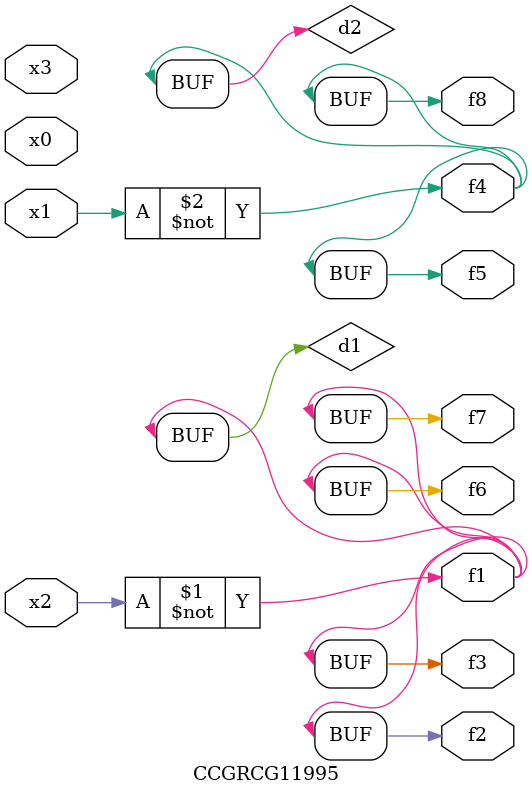
<source format=v>
module CCGRCG11995(
	input x0, x1, x2, x3,
	output f1, f2, f3, f4, f5, f6, f7, f8
);

	wire d1, d2;

	xnor (d1, x2);
	not (d2, x1);
	assign f1 = d1;
	assign f2 = d1;
	assign f3 = d1;
	assign f4 = d2;
	assign f5 = d2;
	assign f6 = d1;
	assign f7 = d1;
	assign f8 = d2;
endmodule

</source>
